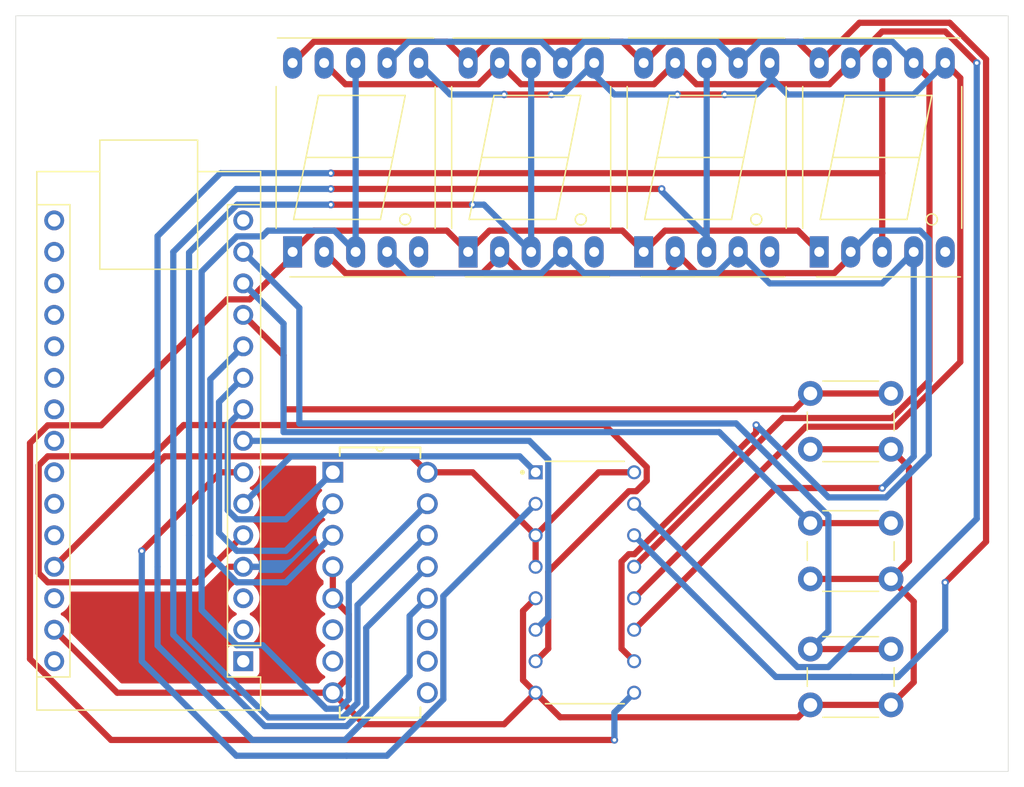
<source format=kicad_pcb>
(kicad_pcb (version 20241229) (generator "pcbnew") (generator_version "9.0")
  (layers (0 "F.Cu" signal) (2 "B.Cu" signal) (13 "F.Paste" user) (15 "B.Paste" user) (5 "F.SilkS" user "F.Silkscreen") (7 "B.SilkS" user "B.Silkscreen") (1 "F.Mask" user) (3 "B.Mask" user) (25 "Edge.Cuts" user))
  (net 0 "")
  (net 1 "GND")
  (net 2 "Net-(A2-+5V)")
  (net 4 "Net-(A2-D3)")
  (net 5 "Net-(A2-D5)")
  (net 6 "Net-(A2-D11)")
  (net 8 "Net-(A2-D4)")
  (net 12 "Net-(A2-D8)")
  (net 15 "Net-(A2-D6)")
  (net 17 "Net-(A2-D9)")
  (net 19 "Net-(A2-D2)")
  (net 25 "Net-(A2-D7)")
  (net 26 "VCC")
  (net 29 "Net-(A2-D10)")
  (net 30 "Net-(U7-~Y0)")
  (net 31 "Net-(U7-~Y1)")
  (net 32 "Net-(U7-~Y2)")
  (net 33 "Net-(U7-~Y3)")
  (net 38 "Net-(U2-LE{slash}~{STROBE})")
  (net 39 "Net-(AFF2-e)")
  (net 40 "Net-(AFF2-b)")
  (net 41 "Net-(AFF2-c)")
  (net 42 "Net-(AFF2-a)")
  (net 44 "Net-(AFF2-f)")
  (net 45 "Net-(AFF2-d)")
  (net 46 "Net-(AFF2-g)")
  (footprint "Display_7Segment:7SegmentLED_LTS6760_LTS6780" (layer "F.Cu") (at 111.58 50.8 90)
    (property "Reference" "AFF4" (hide yes))
    (property "Value" "LTS-6980HR" (hide yes))
    (fp_line (start 1.905 -1.33) (end 13.335 -1.33) (stroke (width 0.12)) (layer "F.SilkS"))
    (fp_line (start -2.015 -0.22) (end -2.015 11.38) (stroke (width 0.12)) (layer "F.SilkS"))
    (fp_line (start 2.62 0.08) (end 2.62 7.08) (stroke (width 0.12)) (layer "F.SilkS"))
    (fp_line (start 7.62 1.08) (end 2.62 0.08) (stroke (width 0.12)) (layer "F.SilkS"))
    (fp_line (start 12.62 2.08) (end 7.62 1.08) (stroke (width 0.12)) (layer "F.SilkS"))
    (fp_line (start 12.62 2.08) (end 12.62 9.08) (stroke (width 0.12)) (layer "F.SilkS"))
    (fp_line (start 2.62 7.08) (end 7.62 8.08) (stroke (width 0.12)) (layer "F.SilkS"))
    (fp_line (start 7.62 8.08) (end 7.62 1.08) (stroke (width 0.12)) (layer "F.SilkS"))
    (fp_line (start 12.62 9.08) (end 7.62 8.08) (stroke (width 0.12)) (layer "F.SilkS"))
    (fp_line (start 17.255 11.38) (end 17.255 -1.22) (stroke (width 0.12)) (layer "F.SilkS"))
    (fp_line (start 1.905 11.49) (end 13.335 11.49) (stroke (width 0.12)) (layer "F.SilkS"))
    (fp_circle (center 2.62 9.08) (end 3.067214 9.08) (stroke (width 0.12)) (fill no) (layer "F.SilkS"))
    (pad "1" thru_hole rect (at 0 0) (size 1.524 2.524) (drill 0.8) (layers "*.Cu" "*.Mask") (net 39 "Net-(AFF2-e)"))
    (pad "2" thru_hole oval (at 0 2.54) (size 1.524 2.524) (drill 0.8) (layers "*.Cu" "*.Mask") (net 45 "Net-(AFF2-d)"))
    (pad "3" thru_hole oval (at 0 5.08) (size 1.524 2.524) (drill 0.8) (layers "*.Cu" "*.Mask") (net 32 "Net-(U7-~Y2)"))
    (pad "4" thru_hole oval (at 0 7.62) (size 1.524 2.524) (drill 0.8) (layers "*.Cu" "*.Mask") (net 41 "Net-(AFF2-c)"))
    (pad "5" thru_hole oval (at 0 10.16) (size 1.524 2.524) (drill 0.8) (layers "*.Cu" "*.Mask"))
    (pad "6" thru_hole oval (at 15.24 10.16) (size 1.524 2.524) (drill 0.8) (layers "*.Cu" "*.Mask") (net 40 "Net-(AFF2-b)"))
    (pad "7" thru_hole oval (at 15.24 7.62) (size 1.524 2.524) (drill 0.8) (layers "*.Cu" "*.Mask") (net 42 "Net-(AFF2-a)"))
    (pad "8" thru_hole oval (at 15.24 5.08) (size 1.524 2.524) (drill 0.8) (layers "*.Cu" "*.Mask") (net 32 "Net-(U7-~Y2)"))
    (pad "9" thru_hole oval (at 15.24 2.54) (size 1.524 2.524) (drill 0.8) (layers "*.Cu" "*.Mask") (net 44 "Net-(AFF2-f)"))
    (pad "10" thru_hole oval (at 15.24 0) (size 1.524 2.524) (drill 0.8) (layers "*.Cu" "*.Mask") (net 46 "Net-(AFF2-g)"))
  )
  (footprint "Module:Arduino_Nano" (layer "F.Cu") (at 79.3 83.82 180)
    (property "Reference" "A2" (hide yes))
    (property "Value" "Arduino_Nano_v3.x" (hide yes))
    (fp_line (start 16.64 39.5) (end 16.64 -3.94) (stroke (width 0.12)) (layer "F.SilkS"))
    (fp_line (start 16.64 39.5) (end 11.56 39.5) (stroke (width 0.12)) (layer "F.SilkS"))
    (fp_line (start 16.64 -3.94) (end -1.4 -3.94) (stroke (width 0.12)) (layer "F.SilkS"))
    (fp_line (start 13.97 36.83) (end 16.64 36.83) (stroke (width 0.12)) (layer "F.SilkS"))
    (fp_line (start 13.97 -1.27) (end 16.64 -1.27) (stroke (width 0.12)) (layer "F.SilkS"))
    (fp_line (start 13.97 -1.27) (end 13.97 36.83) (stroke (width 0.12)) (layer "F.SilkS"))
    (fp_line (start 11.56 42.04) (end 3.68 42.04) (stroke (width 0.12)) (layer "F.SilkS"))
    (fp_line (start 11.56 31.62) (end 11.56 42.04) (stroke (width 0.12)) (layer "F.SilkS"))
    (fp_line (start 3.68 42.04) (end 3.68 31.62) (stroke (width 0.12)) (layer "F.SilkS"))
    (fp_line (start 3.68 31.62) (end 11.56 31.62) (stroke (width 0.12)) (layer "F.SilkS"))
    (fp_line (start 1.27 36.83) (end -1.4 36.83) (stroke (width 0.12)) (layer "F.SilkS"))
    (fp_line (start 1.27 1.27) (end 1.27 36.83) (stroke (width 0.12)) (layer "F.SilkS"))
    (fp_line (start 1.27 1.27) (end 1.27 -1.27) (stroke (width 0.12)) (layer "F.SilkS"))
    (fp_line (start 1.27 1.27) (end -1.4 1.27) (stroke (width 0.12)) (layer "F.SilkS"))
    (fp_line (start 1.27 -1.27) (end -1.4 -1.27) (stroke (width 0.12)) (layer "F.SilkS"))
    (fp_line (start -1.4 39.5) (end 3.68 39.5) (stroke (width 0.12)) (layer "F.SilkS"))
    (fp_line (start -1.4 1.27) (end -1.4 39.5) (stroke (width 0.12)) (layer "F.SilkS"))
    (fp_line (start -1.4 -3.94) (end -1.4 -1.27) (stroke (width 0.12)) (layer "F.SilkS"))
    (pad "1" thru_hole rect (at 0 0 180) (size 1.6 1.6) (drill 1) (layers "*.Cu" "*.Mask"))
    (pad "2" thru_hole oval (at 0 2.54 180) (size 1.6 1.6) (drill 1) (layers "*.Cu" "*.Mask"))
    (pad "3" thru_hole oval (at 0 5.08 180) (size 1.6 1.6) (drill 1) (layers "*.Cu" "*.Mask"))
    (pad "4" thru_hole oval (at 0 7.62 180) (size 1.6 1.6) (drill 1) (layers "*.Cu" "*.Mask") (net 1 "GND"))
    (pad "5" thru_hole oval (at 0 10.16 180) (size 1.6 1.6) (drill 1) (layers "*.Cu" "*.Mask") (net 19 "Net-(A2-D2)"))
    (pad "6" thru_hole oval (at 0 12.7 180) (size 1.6 1.6) (drill 1) (layers "*.Cu" "*.Mask") (net 4 "Net-(A2-D3)"))
    (pad "7" thru_hole oval (at 0 15.24 180) (size 1.6 1.6) (drill 1) (layers "*.Cu" "*.Mask") (net 8 "Net-(A2-D4)"))
    (pad "8" thru_hole oval (at 0 17.78 180) (size 1.6 1.6) (drill 1) (layers "*.Cu" "*.Mask") (net 5 "Net-(A2-D5)"))
    (pad "9" thru_hole oval (at 0 20.32 180) (size 1.6 1.6) (drill 1) (layers "*.Cu" "*.Mask") (net 15 "Net-(A2-D6)"))
    (pad "10" thru_hole oval (at 0 22.86 180) (size 1.6 1.6) (drill 1) (layers "*.Cu" "*.Mask") (net 25 "Net-(A2-D7)"))
    (pad "11" thru_hole oval (at 0 25.4 180) (size 1.6 1.6) (drill 1) (layers "*.Cu" "*.Mask") (net 12 "Net-(A2-D8)"))
    (pad "12" thru_hole oval (at 0 27.94 180) (size 1.6 1.6) (drill 1) (layers "*.Cu" "*.Mask") (net 17 "Net-(A2-D9)"))
    (pad "13" thru_hole oval (at 0 30.48 180) (size 1.6 1.6) (drill 1) (layers "*.Cu" "*.Mask") (net 29 "Net-(A2-D10)"))
    (pad "14" thru_hole oval (at 0 33.02 180) (size 1.6 1.6) (drill 1) (layers "*.Cu" "*.Mask") (net 6 "Net-(A2-D11)"))
    (pad "15" thru_hole oval (at 0 35.56 180) (size 1.6 1.6) (drill 1) (layers "*.Cu" "*.Mask"))
    (pad "16" thru_hole oval (at 15.24 35.56 180) (size 1.6 1.6) (drill 1) (layers "*.Cu" "*.Mask"))
    (pad "17" thru_hole oval (at 15.24 33.02 180) (size 1.6 1.6) (drill 1) (layers "*.Cu" "*.Mask"))
    (pad "18" thru_hole oval (at 15.24 30.48 180) (size 1.6 1.6) (drill 1) (layers "*.Cu" "*.Mask"))
    (pad "19" thru_hole oval (at 15.24 27.94 180) (size 1.6 1.6) (drill 1) (layers "*.Cu" "*.Mask"))
    (pad "20" thru_hole oval (at 15.24 25.4 180) (size 1.6 1.6) (drill 1) (layers "*.Cu" "*.Mask"))
    (pad "21" thru_hole oval (at 15.24 22.86 180) (size 1.6 1.6) (drill 1) (layers "*.Cu" "*.Mask"))
    (pad "22" thru_hole oval (at 15.24 20.32 180) (size 1.6 1.6) (drill 1) (layers "*.Cu" "*.Mask"))
    (pad "23" thru_hole oval (at 15.24 17.78 180) (size 1.6 1.6) (drill 1) (layers "*.Cu" "*.Mask"))
    (pad "24" thru_hole oval (at 15.24 15.24 180) (size 1.6 1.6) (drill 1) (layers "*.Cu" "*.Mask"))
    (pad "25" thru_hole oval (at 15.24 12.7 180) (size 1.6 1.6) (drill 1) (layers "*.Cu" "*.Mask"))
    (pad "26" thru_hole oval (at 15.24 10.16 180) (size 1.6 1.6) (drill 1) (layers "*.Cu" "*.Mask"))
    (pad "27" thru_hole oval (at 15.24 7.62 180) (size 1.6 1.6) (drill 1) (layers "*.Cu" "*.Mask") (net 2 "Net-(A2-+5V)"))
    (pad "28" thru_hole oval (at 15.24 5.08 180) (size 1.6 1.6) (drill 1) (layers "*.Cu" "*.Mask"))
    (pad "29" thru_hole oval (at 15.24 2.54 180) (size 1.6 1.6) (drill 1) (layers "*.Cu" "*.Mask") (net 38 "Net-(U2-LE{slash}~{STROBE})"))
    (pad "30" thru_hole oval (at 15.24 0 180) (size 1.6 1.6) (drill 1) (layers "*.Cu" "*.Mask") (net 26 "VCC"))
  )
  (footprint "Display_7Segment:7SegmentLED_LTS6760_LTS6780" (layer "F.Cu") (at 125.73 50.8 90)
    (property "Reference" "AFF5" (hide yes))
    (property "Value" "LTS-6980HR" (hide yes))
    (fp_line (start 1.905 -1.33) (end 13.335 -1.33) (stroke (width 0.12)) (layer "F.SilkS"))
    (fp_line (start -2.015 -0.22) (end -2.015 11.38) (stroke (width 0.12)) (layer "F.SilkS"))
    (fp_line (start 2.62 0.08) (end 2.62 7.08) (stroke (width 0.12)) (layer "F.SilkS"))
    (fp_line (start 7.62 1.08) (end 2.62 0.08) (stroke (width 0.12)) (layer "F.SilkS"))
    (fp_line (start 12.62 2.08) (end 7.62 1.08) (stroke (width 0.12)) (layer "F.SilkS"))
    (fp_line (start 12.62 2.08) (end 12.62 9.08) (stroke (width 0.12)) (layer "F.SilkS"))
    (fp_line (start 2.62 7.08) (end 7.62 8.08) (stroke (width 0.12)) (layer "F.SilkS"))
    (fp_line (start 7.62 8.08) (end 7.62 1.08) (stroke (width 0.12)) (layer "F.SilkS"))
    (fp_line (start 12.62 9.08) (end 7.62 8.08) (stroke (width 0.12)) (layer "F.SilkS"))
    (fp_line (start 17.255 11.38) (end 17.255 -1.22) (stroke (width 0.12)) (layer "F.SilkS"))
    (fp_line (start 1.905 11.49) (end 13.335 11.49) (stroke (width 0.12)) (layer "F.SilkS"))
    (fp_circle (center 2.62 9.08) (end 3.067214 9.08) (stroke (width 0.12)) (fill no) (layer "F.SilkS"))
    (pad "1" thru_hole rect (at 0 0) (size 1.524 2.524) (drill 0.8) (layers "*.Cu" "*.Mask") (net 39 "Net-(AFF2-e)"))
    (pad "2" thru_hole oval (at 0 2.54) (size 1.524 2.524) (drill 0.8) (layers "*.Cu" "*.Mask") (net 45 "Net-(AFF2-d)"))
    (pad "3" thru_hole oval (at 0 5.08) (size 1.524 2.524) (drill 0.8) (layers "*.Cu" "*.Mask") (net 33 "Net-(U7-~Y3)"))
    (pad "4" thru_hole oval (at 0 7.62) (size 1.524 2.524) (drill 0.8) (layers "*.Cu" "*.Mask") (net 41 "Net-(AFF2-c)"))
    (pad "5" thru_hole oval (at 0 10.16) (size 1.524 2.524) (drill 0.8) (layers "*.Cu" "*.Mask"))
    (pad "6" thru_hole oval (at 15.24 10.16) (size 1.524 2.524) (drill 0.8) (layers "*.Cu" "*.Mask") (net 40 "Net-(AFF2-b)"))
    (pad "7" thru_hole oval (at 15.24 7.62) (size 1.524 2.524) (drill 0.8) (layers "*.Cu" "*.Mask") (net 42 "Net-(AFF2-a)"))
    (pad "8" thru_hole oval (at 15.24 5.08) (size 1.524 2.524) (drill 0.8) (layers "*.Cu" "*.Mask") (net 33 "Net-(U7-~Y3)"))
    (pad "9" thru_hole oval (at 15.24 2.54) (size 1.524 2.524) (drill 0.8) (layers "*.Cu" "*.Mask") (net 44 "Net-(AFF2-f)"))
    (pad "10" thru_hole oval (at 15.24 0) (size 1.524 2.524) (drill 0.8) (layers "*.Cu" "*.Mask") (net 46 "Net-(AFF2-g)"))
  )
  (footprint "74HC138N_652:DIP254P762X470-16" (layer "F.Cu") (at 94.14 86.36)
    (property "Reference" "U7" (hide yes))
    (property "Value" "74HC138N_652" (hide yes))
    (fp_line (start -7.0612 -19.7866) (end -7.0612 -19.1008) (stroke (width 0.1524)) (layer "F.SilkS"))
    (fp_line (start -7.0612 1.1684) (end -7.0612 2.0066) (stroke (width 0.1524)) (layer "F.SilkS"))
    (fp_line (start -7.0612 2.0066) (end -0.5588 2.0066) (stroke (width 0.1524)) (layer "F.SilkS"))
    (fp_line (start -4.1148 -19.7866) (end -7.0612 -19.7866) (stroke (width 0.1524)) (layer "F.SilkS"))
    (fp_line (start -3.5052 -19.7866) (end -4.1148 -19.7866) (stroke (width 0.1524)) (layer "F.SilkS"))
    (fp_line (start -0.5588 -19.7866) (end -3.5052 -19.7866) (stroke (width 0.1524)) (layer "F.SilkS"))
    (fp_line (start -0.5588 -18.9484) (end -0.5588 -19.7866) (stroke (width 0.1524)) (layer "F.SilkS"))
    (fp_line (start -0.5588 2.0066) (end -0.5588 1.1684) (stroke (width 0.1524)) (layer "F.SilkS"))
    (fp_arc (start -3.5052 -19.7866) (mid -3.81 -19.4818) (end -4.1148 -19.7866) (stroke (width 0.1524)) (layer "F.SilkS"))
    (pad "1" thru_hole rect (at -7.62 -17.78) (size 1.6764 1.6764) (drill 1.1176) (layers "*.Cu" "*.Mask") (net 15 "Net-(A2-D6)"))
    (pad "2" thru_hole circle (at -7.62 -15.24) (size 1.6764 1.6764) (drill 1.1176) (layers "*.Cu" "*.Mask") (net 25 "Net-(A2-D7)"))
    (pad "3" thru_hole circle (at -7.62 -12.7) (size 1.6764 1.6764) (drill 1.1176) (layers "*.Cu" "*.Mask") (net 12 "Net-(A2-D8)"))
    (pad "4" thru_hole circle (at -7.62 -10.16) (size 1.6764 1.6764) (drill 1.1176) (layers "*.Cu" "*.Mask") (net 38 "Net-(U2-LE{slash}~{STROBE})"))
    (pad "5" thru_hole circle (at -7.62 -7.62) (size 1.6764 1.6764) (drill 1.1176) (layers "*.Cu" "*.Mask") (net 38 "Net-(U2-LE{slash}~{STROBE})"))
    (pad "6" thru_hole circle (at -7.62 -5.08) (size 1.6764 1.6764) (drill 1.1176) (layers "*.Cu" "*.Mask"))
    (pad "7" thru_hole circle (at -7.62 -2.54) (size 1.6764 1.6764) (drill 1.1176) (layers "*.Cu" "*.Mask"))
    (pad "8" thru_hole circle (at -7.62 0) (size 1.6764 1.6764) (drill 1.1176) (layers "*.Cu" "*.Mask") (net 38 "Net-(U2-LE{slash}~{STROBE})"))
    (pad "9" thru_hole circle (at 0 0) (size 1.6764 1.6764) (drill 1.1176) (layers "*.Cu" "*.Mask"))
    (pad "10" thru_hole circle (at 0 -2.54) (size 1.6764 1.6764) (drill 1.1176) (layers "*.Cu" "*.Mask"))
    (pad "11" thru_hole circle (at 0 -5.08) (size 1.6764 1.6764) (drill 1.1176) (layers "*.Cu" "*.Mask"))
    (pad "12" thru_hole circle (at 0 -7.62) (size 1.6764 1.6764) (drill 1.1176) (layers "*.Cu" "*.Mask") (net 33 "Net-(U7-~Y3)"))
    (pad "13" thru_hole circle (at 0 -10.16) (size 1.6764 1.6764) (drill 1.1176) (layers "*.Cu" "*.Mask") (net 32 "Net-(U7-~Y2)"))
    (pad "14" thru_hole circle (at 0 -12.7) (size 1.6764 1.6764) (drill 1.1176) (layers "*.Cu" "*.Mask") (net 31 "Net-(U7-~Y1)"))
    (pad "15" thru_hole circle (at 0 -15.24) (size 1.6764 1.6764) (drill 1.1176) (layers "*.Cu" "*.Mask") (net 30 "Net-(U7-~Y0)"))
    (pad "16" thru_hole circle (at 0 -17.78) (size 1.6764 1.6764) (drill 1.1176) (layers "*.Cu" "*.Mask") (net 2 "Net-(A2-+5V)"))
  )
  (footprint "Button_Switch_THT:SW_PUSH_6mm_H5mm" (layer "F.Cu") (at 125.02 82.84)
    (property "Reference" "SW6" (hide yes))
    (property "Value" "SW_Push" (hide yes))
    (fp_line (start -0.25 1.5) (end -0.25 3) (stroke (width 0.12)) (layer "F.SilkS"))
    (fp_line (start 1 5.5) (end 5.5 5.5) (stroke (width 0.12)) (layer "F.SilkS"))
    (fp_line (start 5.5 -1) (end 1 -1) (stroke (width 0.12)) (layer "F.SilkS"))
    (fp_line (start 6.75 3) (end 6.75 1.5) (stroke (width 0.12)) (layer "F.SilkS"))
    (pad "1" thru_hole circle (at 0 0 90) (size 2 2) (drill 1.1) (layers "*.Cu" "*.Mask") (net 6 "Net-(A2-D11)"))
    (pad "1" thru_hole circle (at 6.5 0 90) (size 2 2) (drill 1.1) (layers "*.Cu" "*.Mask") (net 6 "Net-(A2-D11)"))
    (pad "2" thru_hole circle (at 0 4.5 90) (size 2 2) (drill 1.1) (layers "*.Cu" "*.Mask") (net 38 "Net-(U2-LE{slash}~{STROBE})"))
    (pad "2" thru_hole circle (at 6.5 4.5 90) (size 2 2) (drill 1.1) (layers "*.Cu" "*.Mask") (net 38 "Net-(U2-LE{slash}~{STROBE})"))
  )
  (footprint "Display_7Segment:7SegmentLED_LTS6760_LTS6780" (layer "F.Cu") (at 83.28 50.8 90)
    (property "Reference" "AFF2" (hide yes))
    (property "Value" "LTS-6980HR" (hide yes))
    (fp_line (start 1.905 -1.33) (end 13.335 -1.33) (stroke (width 0.12)) (layer "F.SilkS"))
    (fp_line (start -2.015 -0.22) (end -2.015 11.38) (stroke (width 0.12)) (layer "F.SilkS"))
    (fp_line (start 2.62 0.08) (end 2.62 7.08) (stroke (width 0.12)) (layer "F.SilkS"))
    (fp_line (start 7.62 1.08) (end 2.62 0.08) (stroke (width 0.12)) (layer "F.SilkS"))
    (fp_line (start 12.62 2.08) (end 7.62 1.08) (stroke (width 0.12)) (layer "F.SilkS"))
    (fp_line (start 12.62 2.08) (end 12.62 9.08) (stroke (width 0.12)) (layer "F.SilkS"))
    (fp_line (start 2.62 7.08) (end 7.62 8.08) (stroke (width 0.12)) (layer "F.SilkS"))
    (fp_line (start 7.62 8.08) (end 7.62 1.08) (stroke (width 0.12)) (layer "F.SilkS"))
    (fp_line (start 12.62 9.08) (end 7.62 8.08) (stroke (width 0.12)) (layer "F.SilkS"))
    (fp_line (start 17.255 11.38) (end 17.255 -1.22) (stroke (width 0.12)) (layer "F.SilkS"))
    (fp_line (start 1.905 11.49) (end 13.335 11.49) (stroke (width 0.12)) (layer "F.SilkS"))
    (fp_circle (center 2.62 9.08) (end 3.067214 9.08) (stroke (width 0.12)) (fill no) (layer "F.SilkS"))
    (pad "1" thru_hole rect (at 0 0) (size 1.524 2.524) (drill 0.8) (layers "*.Cu" "*.Mask") (net 39 "Net-(AFF2-e)"))
    (pad "2" thru_hole oval (at 0 2.54) (size 1.524 2.524) (drill 0.8) (layers "*.Cu" "*.Mask") (net 45 "Net-(AFF2-d)"))
    (pad "3" thru_hole oval (at 0 5.08) (size 1.524 2.524) (drill 0.8) (layers "*.Cu" "*.Mask") (net 30 "Net-(U7-~Y0)"))
    (pad "4" thru_hole oval (at 0 7.62) (size 1.524 2.524) (drill 0.8) (layers "*.Cu" "*.Mask") (net 41 "Net-(AFF2-c)"))
    (pad "5" thru_hole oval (at 0 10.16) (size 1.524 2.524) (drill 0.8) (layers "*.Cu" "*.Mask"))
    (pad "6" thru_hole oval (at 15.24 10.16) (size 1.524 2.524) (drill 0.8) (layers "*.Cu" "*.Mask") (net 40 "Net-(AFF2-b)"))
    (pad "7" thru_hole oval (at 15.24 7.62) (size 1.524 2.524) (drill 0.8) (layers "*.Cu" "*.Mask") (net 42 "Net-(AFF2-a)"))
    (pad "8" thru_hole oval (at 15.24 5.08) (size 1.524 2.524) (drill 0.8) (layers "*.Cu" "*.Mask") (net 30 "Net-(U7-~Y0)"))
    (pad "9" thru_hole oval (at 15.24 2.54) (size 1.524 2.524) (drill 0.8) (layers "*.Cu" "*.Mask") (net 44 "Net-(AFF2-f)"))
    (pad "10" thru_hole oval (at 15.24 0) (size 1.524 2.524) (drill 0.8) (layers "*.Cu" "*.Mask") (net 46 "Net-(AFF2-g)"))
  )
  (footprint "Button_Switch_THT:SW_PUSH_6mm_H5mm" (layer "F.Cu") (at 125.02 62.22)
    (property "Reference" "SW4" (hide yes))
    (property "Value" "SW_Push" (hide yes))
    (fp_line (start -0.25 1.5) (end -0.25 3) (stroke (width 0.12)) (layer "F.SilkS"))
    (fp_line (start 1 5.5) (end 5.5 5.5) (stroke (width 0.12)) (layer "F.SilkS"))
    (fp_line (start 5.5 -1) (end 1 -1) (stroke (width 0.12)) (layer "F.SilkS"))
    (fp_line (start 6.75 3) (end 6.75 1.5) (stroke (width 0.12)) (layer "F.SilkS"))
    (pad "1" thru_hole circle (at 0 0 90) (size 2 2) (drill 1.1) (layers "*.Cu" "*.Mask") (net 17 "Net-(A2-D9)"))
    (pad "1" thru_hole circle (at 6.5 0 90) (size 2 2) (drill 1.1) (layers "*.Cu" "*.Mask") (net 17 "Net-(A2-D9)"))
    (pad "2" thru_hole circle (at 0 4.5 90) (size 2 2) (drill 1.1) (layers "*.Cu" "*.Mask") (net 38 "Net-(U2-LE{slash}~{STROBE})"))
    (pad "2" thru_hole circle (at 6.5 4.5 90) (size 2 2) (drill 1.1) (layers "*.Cu" "*.Mask") (net 38 "Net-(U2-LE{slash}~{STROBE})"))
  )
  (footprint "CD4511BE:DIP794W45P254L1969H508Q16" (layer "F.Cu") (at 106.84 77.47)
    (property "Reference" "U2" (hide yes))
    (property "Value" "CD4511BE" (hide yes))
    (fp_line (start -3.175 -9.775) (end 3.175 -9.775) (stroke (width 0.127)) (layer "F.SilkS"))
    (fp_line (start -3.175 9.775) (end 3.175 9.775) (stroke (width 0.127)) (layer "F.SilkS"))
    (fp_circle (center -5.035 -8.89) (end -4.935 -8.89) (stroke (width 0.2)) (fill no) (layer "F.SilkS"))
    (pad "1" thru_hole rect (at -3.97 -8.89) (size 1.13 1.13) (drill 0.78) (layers "*.Cu" "*.Mask") (net 4 "Net-(A2-D3)"))
    (pad "2" thru_hole circle (at -3.97 -6.35) (size 1.13 1.13) (drill 0.78) (layers "*.Cu" "*.Mask") (net 8 "Net-(A2-D4)"))
    (pad "3" thru_hole circle (at -3.97 -3.81) (size 1.13 1.13) (drill 0.78) (layers "*.Cu" "*.Mask") (net 2 "Net-(A2-+5V)"))
    (pad "4" thru_hole circle (at -3.97 -1.27) (size 1.13 1.13) (drill 0.78) (layers "*.Cu" "*.Mask") (net 2 "Net-(A2-+5V)"))
    (pad "5" thru_hole circle (at -3.97 1.27) (size 1.13 1.13) (drill 0.78) (layers "*.Cu" "*.Mask") (net 38 "Net-(U2-LE{slash}~{STROBE})"))
    (pad "6" thru_hole circle (at -3.97 3.81) (size 1.13 1.13) (drill 0.78) (layers "*.Cu" "*.Mask") (net 5 "Net-(A2-D5)"))
    (pad "7" thru_hole circle (at -3.97 6.35) (size 1.13 1.13) (drill 0.78) (layers "*.Cu" "*.Mask") (net 19 "Net-(A2-D2)"))
    (pad "8" thru_hole circle (at -3.97 8.89) (size 1.13 1.13) (drill 0.78) (layers "*.Cu" "*.Mask") (net 38 "Net-(U2-LE{slash}~{STROBE})"))
    (pad "9" thru_hole circle (at 3.97 8.89) (size 1.13 1.13) (drill 0.78) (layers "*.Cu" "*.Mask") (net 39 "Net-(AFF2-e)"))
    (pad "10" thru_hole circle (at 3.97 6.35) (size 1.13 1.13) (drill 0.78) (layers "*.Cu" "*.Mask") (net 45 "Net-(AFF2-d)"))
    (pad "11" thru_hole circle (at 3.97 3.81) (size 1.13 1.13) (drill 0.78) (layers "*.Cu" "*.Mask") (net 41 "Net-(AFF2-c)"))
    (pad "12" thru_hole circle (at 3.97 1.27) (size 1.13 1.13) (drill 0.78) (layers "*.Cu" "*.Mask") (net 40 "Net-(AFF2-b)"))
    (pad "13" thru_hole circle (at 3.97 -1.27) (size 1.13 1.13) (drill 0.78) (layers "*.Cu" "*.Mask") (net 42 "Net-(AFF2-a)"))
    (pad "14" thru_hole circle (at 3.97 -3.81) (size 1.13 1.13) (drill 0.78) (layers "*.Cu" "*.Mask") (net 46 "Net-(AFF2-g)"))
    (pad "15" thru_hole circle (at 3.97 -6.35) (size 1.13 1.13) (drill 0.78) (layers "*.Cu" "*.Mask") (net 44 "Net-(AFF2-f)"))
    (pad "16" thru_hole circle (at 3.97 -8.89) (size 1.13 1.13) (drill 0.78) (layers "*.Cu" "*.Mask") (net 2 "Net-(A2-+5V)"))
  )
  (footprint "Button_Switch_THT:SW_PUSH_6mm_H5mm" (layer "F.Cu") (at 125.02 72.68)
    (property "Reference" "SW5" (hide yes))
    (property "Value" "SW_Push" (hide yes))
    (fp_line (start -0.25 1.5) (end -0.25 3) (stroke (width 0.12)) (layer "F.SilkS"))
    (fp_line (start 1 5.5) (end 5.5 5.5) (stroke (width 0.12)) (layer "F.SilkS"))
    (fp_line (start 5.5 -1) (end 1 -1) (stroke (width 0.12)) (layer "F.SilkS"))
    (fp_line (start 6.75 3) (end 6.75 1.5) (stroke (width 0.12)) (layer "F.SilkS"))
    (pad "1" thru_hole circle (at 0 0 90) (size 2 2) (drill 1.1) (layers "*.Cu" "*.Mask") (net 29 "Net-(A2-D10)"))
    (pad "1" thru_hole circle (at 6.5 0 90) (size 2 2) (drill 1.1) (layers "*.Cu" "*.Mask") (net 29 "Net-(A2-D10)"))
    (pad "2" thru_hole circle (at 0 4.5 90) (size 2 2) (drill 1.1) (layers "*.Cu" "*.Mask") (net 38 "Net-(U2-LE{slash}~{STROBE})"))
    (pad "2" thru_hole circle (at 6.5 4.5 90) (size 2 2) (drill 1.1) (layers "*.Cu" "*.Mask") (net 38 "Net-(U2-LE{slash}~{STROBE})"))
  )
  (footprint "Display_7Segment:7SegmentLED_LTS6760_LTS6780" (layer "F.Cu") (at 97.43 50.8 90)
    (property "Reference" "AFF3" (hide yes))
    (property "Value" "LTS-6980HR" (hide yes))
    (fp_line (start 1.905 -1.33) (end 13.335 -1.33) (stroke (width 0.12)) (layer "F.SilkS"))
    (fp_line (start -2.015 -0.22) (end -2.015 11.38) (stroke (width 0.12)) (layer "F.SilkS"))
    (fp_line (start 2.62 0.08) (end 2.62 7.08) (stroke (width 0.12)) (layer "F.SilkS"))
    (fp_line (start 7.62 1.08) (end 2.62 0.08) (stroke (width 0.12)) (layer "F.SilkS"))
    (fp_line (start 12.62 2.08) (end 7.62 1.08) (stroke (width 0.12)) (layer "F.SilkS"))
    (fp_line (start 12.62 2.08) (end 12.62 9.08) (stroke (width 0.12)) (layer "F.SilkS"))
    (fp_line (start 2.62 7.08) (end 7.62 8.08) (stroke (width 0.12)) (layer "F.SilkS"))
    (fp_line (start 7.62 8.08) (end 7.62 1.08) (stroke (width 0.12)) (layer "F.SilkS"))
    (fp_line (start 12.62 9.08) (end 7.62 8.08) (stroke (width 0.12)) (layer "F.SilkS"))
    (fp_line (start 17.255 11.38) (end 17.255 -1.22) (stroke (width 0.12)) (layer "F.SilkS"))
    (fp_line (start 1.905 11.49) (end 13.335 11.49) (stroke (width 0.12)) (layer "F.SilkS"))
    (fp_circle (center 2.62 9.08) (end 3.067214 9.08) (stroke (width 0.12)) (fill no) (layer "F.SilkS"))
    (pad "1" thru_hole rect (at 0 0) (size 1.524 2.524) (drill 0.8) (layers "*.Cu" "*.Mask") (net 39 "Net-(AFF2-e)"))
    (pad "2" thru_hole oval (at 0 2.54) (size 1.524 2.524) (drill 0.8) (layers "*.Cu" "*.Mask") (net 45 "Net-(AFF2-d)"))
    (pad "3" thru_hole oval (at 0 5.08) (size 1.524 2.524) (drill 0.8) (layers "*.Cu" "*.Mask") (net 31 "Net-(U7-~Y1)"))
    (pad "4" thru_hole oval (at 0 7.62) (size 1.524 2.524) (drill 0.8) (layers "*.Cu" "*.Mask") (net 41 "Net-(AFF2-c)"))
    (pad "5" thru_hole oval (at 0 10.16) (size 1.524 2.524) (drill 0.8) (layers "*.Cu" "*.Mask"))
    (pad "6" thru_hole oval (at 15.24 10.16) (size 1.524 2.524) (drill 0.8) (layers "*.Cu" "*.Mask") (net 40 "Net-(AFF2-b)"))
    (pad "7" thru_hole oval (at 15.24 7.62) (size 1.524 2.524) (drill 0.8) (layers "*.Cu" "*.Mask") (net 42 "Net-(AFF2-a)"))
    (pad "8" thru_hole oval (at 15.24 5.08) (size 1.524 2.524) (drill 0.8) (layers "*.Cu" "*.Mask") (net 31 "Net-(U7-~Y1)"))
    (pad "9" thru_hole oval (at 15.24 2.54) (size 1.524 2.524) (drill 0.8) (layers "*.Cu" "*.Mask") (net 44 "Net-(AFF2-f)"))
    (pad "10" thru_hole oval (at 15.24 0) (size 1.524 2.524) (drill 0.8) (layers "*.Cu" "*.Mask") (net 46 "Net-(AFF2-g)"))
  )
  (gr_rect (start 60.96 31.75) (end 140.97 92.71) (stroke (width 0.05)) (fill no) (layer "Edge.Cuts"))
  (segment (start 107.95 68.58) (end 110.81 68.58) (width 0.5) (layer "F.Cu") (net 2))
  (segment (start 94.14 68.58) (end 97.79 68.58) (width 0.5) (layer "F.Cu") (net 2))
  (segment (start 72.9692 67.2908) (end 92.8508 67.2908) (width 0.5) (layer "F.Cu") (net 2))
  (segment (start 92.8508 67.2908) (end 94.14 68.58) (width 0.5) (layer "F.Cu") (net 2))
  (segment (start 97.79 68.58) (end 102.87 73.66) (width 0.5) (layer "F.Cu") (net 2))
  (segment (start 64.06 76.2) (end 72.9692 67.2908) (width 0.5) (layer "F.Cu") (net 2))
  (segment (start 102.87 73.66) (end 102.87 76.2) (width 0.5) (layer "F.Cu") (net 2))
  (segment (start 102.87 73.66) (end 107.95 68.58) (width 0.5) (layer "F.Cu") (net 2))
  (segment (start 83.1292 67.2908) (end 101.5808 67.2908) (width 0.5) (layer "B.Cu") (net 4))
  (segment (start 79.3 71.12) (end 83.1292 67.2908) (width 0.5) (layer "B.Cu") (net 4))
  (segment (start 101.5808 67.2908) (end 102.87 68.58) (width 0.5) (layer "B.Cu") (net 4))
  (segment (start 79.3 66.04) (end 102.362 66.04) (width 0.5) (layer "B.Cu") (net 5))
  (segment (start 103.886 80.264) (end 102.87 81.28) (width 0.5) (layer "B.Cu") (net 5))
  (segment (start 102.362 66.04) (end 103.886 67.564) (width 0.5) (layer "B.Cu") (net 5))
  (segment (start 103.886 67.564) (end 103.886 80.264) (width 0.5) (layer "B.Cu") (net 5))
  (segment (start 131.52 82.84) (end 125.02 82.84) (width 0.5) (layer "F.Cu") (net 6))
  (segment (start 83.82 55.32) (end 83.82 64.638) (width 0.5) (layer "B.Cu") (net 6))
  (segment (start 126.471 72.078976) (end 126.471 81.389) (width 0.5) (layer "B.Cu") (net 6))
  (segment (start 119.030024 64.638) (end 126.471 72.078976) (width 0.5) (layer "B.Cu") (net 6))
  (segment (start 126.471 81.389) (end 125.02 82.84) (width 0.5) (layer "B.Cu") (net 6))
  (segment (start 79.3 50.8) (end 83.82 55.32) (width 0.5) (layer "B.Cu") (net 6))
  (segment (start 83.82 64.638) (end 119.030024 64.638) (width 0.5) (layer "B.Cu") (net 6))
  (segment (start 71.12 74.93) (end 77.47 68.58) (width 0.5) (layer "F.Cu") (net 8))
  (segment (start 77.47 68.58) (end 79.3 68.58) (width 0.5) (layer "F.Cu") (net 8))
  (via (at 71.12 74.93) (size 0.6) (drill 0.3) (layers "F.Cu" "B.Cu") (net 8))
  (segment (start 71.12 83.82) (end 71.12 74.93) (width 0.5) (layer "B.Cu") (net 8))
  (segment (start 78.74 91.44) (end 73.66 86.36) (width 0.5) (layer "B.Cu") (net 8))
  (segment (start 87.63 91.44) (end 78.74 91.44) (width 0.5) (layer "B.Cu") (net 8))
  (segment (start 95.4292 78.5608) (end 95.4292 86.894005) (width 0.5) (layer "B.Cu") (net 8))
  (segment (start 102.87 71.12) (end 95.4292 78.5608) (width 0.5) (layer "B.Cu") (net 8))
  (segment (start 90.883205 91.44) (end 87.63 91.44) (width 0.5) (layer "B.Cu") (net 8))
  (segment (start 95.4292 86.894005) (end 90.883205 91.44) (width 0.5) (layer "B.Cu") (net 8))
  (segment (start 73.66 86.36) (end 71.12 83.82) (width 0.5) (layer "B.Cu") (net 8))
  (segment (start 76.647 61.073) (end 76.647 75.316182) (width 0.5) (layer "B.Cu") (net 12))
  (segment (start 82.729 77.451) (end 86.52 73.66) (width 0.5) (layer "B.Cu") (net 12))
  (segment (start 78.781818 77.451) (end 82.729 77.451) (width 0.5) (layer "B.Cu") (net 12))
  (segment (start 79.3 58.42) (end 76.647 61.073) (width 0.5) (layer "B.Cu") (net 12))
  (segment (start 76.647 75.316182) (end 78.781818 77.451) (width 0.5) (layer "B.Cu") (net 12))
  (segment (start 78.049 71.638182) (end 78.781818 72.371) (width 0.5) (layer "B.Cu") (net 15))
  (segment (start 78.049 64.751) (end 78.049 71.638182) (width 0.5) (layer "B.Cu") (net 15))
  (segment (start 79.3 63.5) (end 78.049 64.751) (width 0.5) (layer "B.Cu") (net 15))
  (segment (start 78.781818 72.371) (end 82.729 72.371) (width 0.5) (layer "B.Cu") (net 15))
  (segment (start 82.729 72.371) (end 86.52 68.58) (width 0.5) (layer "B.Cu") (net 15))
  (segment (start 82.55 59.13) (end 82.55 63.5) (width 0.5) (layer "F.Cu") (net 17))
  (segment (start 123.74 63.5) (end 125.02 62.22) (width 0.5) (layer "F.Cu") (net 17))
  (segment (start 125.02 62.22) (end 131.52 62.22) (width 0.5) (layer "F.Cu") (net 17))
  (segment (start 82.55 63.5) (end 123.74 63.5) (width 0.5) (layer "F.Cu") (net 17))
  (segment (start 79.3 55.88) (end 82.55 59.13) (width 0.5) (layer "F.Cu") (net 17))
  (segment (start 79.3 73.66) (end 75.509 77.451) (width 0.5) (layer "F.Cu") (net 19))
  (segment (start 71.977636 67.291) (end 74.498636 64.77) (width 0.5) (layer "F.Cu") (net 19))
  (segment (start 63.541818 77.451) (end 62.809 76.718182) (width 0.5) (layer "F.Cu") (net 19))
  (segment (start 108.436841 64.77) (end 111.826 68.159159) (width 0.5) (layer "F.Cu") (net 19))
  (segment (start 63.541818 67.291) (end 71.977636 67.291) (width 0.5) (layer "F.Cu") (net 19))
  (segment (start 75.509 77.451) (end 63.541818 77.451) (width 0.5) (layer "F.Cu") (net 19))
  (segment (start 62.809 68.023818) (end 63.541818 67.291) (width 0.5) (layer "F.Cu") (net 19))
  (segment (start 110.976841 70.104) (end 110.389159 70.104) (width 0.5) (layer "F.Cu") (net 19))
  (segment (start 103.886 82.804) (end 102.87 83.82) (width 0.5) (layer "F.Cu") (net 19))
  (segment (start 74.498636 64.77) (end 108.436841 64.77) (width 0.5) (layer "F.Cu") (net 19))
  (segment (start 110.389159 70.104) (end 103.886 76.607159) (width 0.5) (layer "F.Cu") (net 19))
  (segment (start 111.826 69.254841) (end 110.976841 70.104) (width 0.5) (layer "F.Cu") (net 19))
  (segment (start 103.886 76.607159) (end 103.886 82.804) (width 0.5) (layer "F.Cu") (net 19))
  (segment (start 62.809 76.718182) (end 62.809 68.023818) (width 0.5) (layer "F.Cu") (net 19))
  (segment (start 111.826 68.159159) (end 111.826 69.254841) (width 0.5) (layer "F.Cu") (net 19))
  (segment (start 77.348 73.477182) (end 78.781818 74.911) (width 0.5) (layer "B.Cu") (net 25))
  (segment (start 77.348 62.912) (end 77.348 73.477182) (width 0.5) (layer "B.Cu") (net 25))
  (segment (start 79.3 60.96) (end 77.348 62.912) (width 0.5) (layer "B.Cu") (net 25))
  (segment (start 82.729 74.911) (end 86.52 71.12) (width 0.5) (layer "B.Cu") (net 25))
  (segment (start 78.781818 74.911) (end 82.729 74.911) (width 0.5) (layer "B.Cu") (net 25))
  (segment (start 131.52 72.68) (end 125.02 72.68) (width 0.5) (layer "F.Cu") (net 29))
  (segment (start 117.679 65.339) (end 125.02 72.68) (width 0.5) (layer "B.Cu") (net 29))
  (segment (start 79.3 53.34) (end 82.55 56.59) (width 0.5) (layer "B.Cu") (net 29))
  (segment (start 82.55 65.339) (end 117.679 65.339) (width 0.5) (layer "B.Cu") (net 29))
  (segment (start 82.55 56.59) (end 82.55 65.339) (width 0.5) (layer "B.Cu") (net 29))
  (segment (start 80.867795 82.531) (end 78.781818 82.531) (width 0.5) (layer "B.Cu") (net 30))
  (segment (start 78.781818 49.549) (end 80.816 49.549) (width 0.5) (layer "B.Cu") (net 30))
  (segment (start 94.14 71.12) (end 87.8092 77.4508) (width 0.5) (layer "B.Cu") (net 30))
  (segment (start 86.647 49.087) (end 88.36 50.8) (width 0.5) (layer "B.Cu") (net 30))
  (segment (start 87.8092 86.894005) (end 87.054005 87.6492) (width 0.5) (layer "B.Cu") (net 30))
  (segment (start 75.946 52.384818) (end 78.781818 49.549) (width 0.5) (layer "B.Cu") (net 30))
  (segment (start 87.054005 87.6492) (end 85.985995 87.6492) (width 0.5) (layer "B.Cu") (net 30))
  (segment (start 78.781818 82.531) (end 75.946 79.695182) (width 0.5) (layer "B.Cu") (net 30))
  (segment (start 81.278 49.087) (end 86.647 49.087) (width 0.5) (layer "B.Cu") (net 30))
  (segment (start 87.8092 77.4508) (end 87.8092 86.894005) (width 0.5) (layer "B.Cu") (net 30))
  (segment (start 75.946 79.695182) (end 75.946 52.384818) (width 0.5) (layer "B.Cu") (net 30))
  (segment (start 88.36 35.56) (end 88.36 50.8) (width 0.5) (layer "B.Cu") (net 30))
  (segment (start 85.985995 87.6492) (end 80.867795 82.531) (width 0.5) (layer "B.Cu") (net 30))
  (segment (start 80.816 49.549) (end 81.278 49.087) (width 0.5) (layer "B.Cu") (net 30))
  (segment (start 86.36 46.99) (end 97.79 46.99) (width 0.5) (layer "F.Cu") (net 31))
  (via (at 97.79 46.99) (size 0.6) (drill 0.3) (layers "F.Cu" "B.Cu") (net 31))
  (via (at 86.36 46.99) (size 0.6) (drill 0.3) (layers "F.Cu" "B.Cu") (net 31))
  (segment (start 94.14 73.66) (end 88.5102 79.2898) (width 0.5) (layer "B.Cu") (net 31))
  (segment (start 97.79 46.99) (end 98.7 46.99) (width 0.5) (layer "B.Cu") (net 31))
  (segment (start 78.800818 46.99) (end 86.36 46.99) (width 0.5) (layer "B.Cu") (net 31))
  (segment (start 102.51 35.56) (end 102.51 50.8) (width 0.5) (layer "B.Cu") (net 31))
  (segment (start 74.93 73.66) (end 74.93 50.860818) (width 0.5) (layer "B.Cu") (net 31))
  (segment (start 87.344369 88.3502) (end 81.3282 88.3502) (width 0.5) (layer "B.Cu") (net 31))
  (segment (start 74.93 81.952) (end 74.93 73.66) (width 0.5) (layer "B.Cu") (net 31))
  (segment (start 98.7 46.99) (end 102.51 50.8) (width 0.5) (layer "B.Cu") (net 31))
  (segment (start 88.5102 87.184369) (end 87.344369 88.3502) (width 0.5) (layer "B.Cu") (net 31))
  (segment (start 81.3282 88.3502) (end 74.93 81.952) (width 0.5) (layer "B.Cu") (net 31))
  (segment (start 74.93 50.860818) (end 78.800818 46.99) (width 0.5) (layer "B.Cu") (net 31))
  (segment (start 88.5102 79.2898) (end 88.5102 87.184369) (width 0.5) (layer "B.Cu") (net 31))
  (segment (start 86.36 45.72) (end 113.03 45.72) (width 0.5) (layer "F.Cu") (net 32))
  (via (at 86.36 45.72) (size 0.6) (drill 0.3) (layers "F.Cu" "B.Cu") (net 32))
  (via (at 113.03 45.72) (size 0.6) (drill 0.3) (layers "F.Cu" "B.Cu") (net 32))
  (segment (start 78.74 45.72) (end 86.36 45.72) (width 0.5) (layer "B.Cu") (net 32))
  (segment (start 89.2112 81.1288) (end 89.2112 87.474733) (width 0.5) (layer "B.Cu") (net 32))
  (segment (start 87.634733 89.0512) (end 81.037836 89.0512) (width 0.5) (layer "B.Cu") (net 32))
  (segment (start 73.66 50.8) (end 78.74 45.72) (width 0.5) (layer "B.Cu") (net 32))
  (segment (start 113.03 45.9) (end 116.66 49.53) (width 0.5) (layer "B.Cu") (net 32))
  (segment (start 89.2112 87.474733) (end 87.634733 89.0512) (width 0.5) (layer "B.Cu") (net 32))
  (segment (start 116.66 35.56) (end 116.66 49.53) (width 0.5) (layer "B.Cu") (net 32))
  (segment (start 113.03 45.72) (end 113.03 45.9) (width 0.5) (layer "B.Cu") (net 32))
  (segment (start 94.14 76.2) (end 89.2112 81.1288) (width 0.5) (layer "B.Cu") (net 32))
  (segment (start 73.66 81.673364) (end 73.66 50.8) (width 0.5) (layer "B.Cu") (net 32))
  (segment (start 81.037836 89.0512) (end 73.66 81.673364) (width 0.5) (layer "B.Cu") (net 32))
  (segment (start 116.66 49.53) (end 116.66 50.8) (width 0.5) (layer "B.Cu") (net 32))
  (segment (start 130.81 44.45) (end 130.81 50.8) (width 0.5) (layer "F.Cu") (net 33))
  (segment (start 86.36 44.45) (end 130.81 44.45) (width 0.5) (layer "F.Cu") (net 33))
  (segment (start 130.81 35.56) (end 130.81 44.45) (width 0.5) (layer "F.Cu") (net 33))
  (via (at 86.36 44.45) (size 0.6) (drill 0.3) (layers "F.Cu" "B.Cu") (net 33))
  (segment (start 72.39 49.53) (end 77.47 44.45) (width 0.5) (layer "B.Cu") (net 33))
  (segment (start 77.47 44.45) (end 86.36 44.45) (width 0.5) (layer "B.Cu") (net 33))
  (segment (start 94.14 78.74) (end 92.71 80.17) (width 0.5) (layer "B.Cu") (net 33))
  (segment (start 92.71 80.17) (end 92.71 84.967297) (width 0.5) (layer "B.Cu") (net 33))
  (segment (start 72.39 76.2) (end 72.39 49.53) (width 0.5) (layer "B.Cu") (net 33))
  (segment (start 87.507297 90.17) (end 80.01 90.17) (width 0.5) (layer "B.Cu") (net 33))
  (segment (start 72.39 82.55) (end 72.39 76.2) (width 0.5) (layer "B.Cu") (net 33))
  (segment (start 80.01 90.17) (end 72.39 82.55) (width 0.5) (layer "B.Cu") (net 33))
  (segment (start 92.71 84.967297) (end 87.507297 90.17) (width 0.5) (layer "B.Cu") (net 33))
  (segment (start 124.02 88.34) (end 125.02 87.34) (width 0.5) (layer "F.Cu") (net 38))
  (segment (start 86.52 78.74) (end 86.52 76.2) (width 0.5) (layer "F.Cu") (net 38))
  (segment (start 133.35 79.01) (end 131.52 77.18) (width 0.5) (layer "F.Cu") (net 38))
  (segment (start 101.854 79.756) (end 102.87 78.74) (width 0.5) (layer "F.Cu") (net 38))
  (segment (start 131.52 77.18) (end 125.02 77.18) (width 0.5) (layer "F.Cu") (net 38))
  (segment (start 104.85 88.34) (end 124.02 88.34) (width 0.5) (layer "F.Cu") (net 38))
  (segment (start 100.33 88.9) (end 102.87 86.36) (width 0.5) (layer "F.Cu") (net 38))
  (segment (start 132.971 75.729) (end 132.971 68.171) (width 0.5) (layer "F.Cu") (net 38))
  (segment (start 131.52 87.34) (end 133.35 85.51) (width 0.5) (layer "F.Cu") (net 38))
  (segment (start 87.8092 85.0708) (end 87.8092 80.0292) (width 0.5) (layer "F.Cu") (net 38))
  (segment (start 69.14 86.36) (end 86.52 86.36) (width 0.5) (layer "F.Cu") (net 38))
  (segment (start 131.52 77.18) (end 132.971 75.729) (width 0.5) (layer "F.Cu") (net 38))
  (segment (start 133.35 85.51) (end 133.35 79.01) (width 0.5) (layer "F.Cu") (net 38))
  (segment (start 132.971 68.171) (end 131.52 66.72) (width 0.5) (layer "F.Cu") (net 38))
  (segment (start 86.52 86.36) (end 87.8092 85.0708) (width 0.5) (layer "F.Cu") (net 38))
  (segment (start 86.52 86.36) (end 89.06 88.9) (width 0.5) (layer "F.Cu") (net 38))
  (segment (start 102.87 86.36) (end 101.854 85.344) (width 0.5) (layer "F.Cu") (net 38))
  (segment (start 125.02 87.34) (end 131.52 87.34) (width 0.5) (layer "F.Cu") (net 38))
  (segment (start 89.06 88.9) (end 100.33 88.9) (width 0.5) (layer "F.Cu") (net 38))
  (segment (start 64.06 81.28) (end 69.14 86.36) (width 0.5) (layer "F.Cu") (net 38))
  (segment (start 101.854 85.344) (end 101.854 79.756) (width 0.5) (layer "F.Cu") (net 38))
  (segment (start 102.87 86.36) (end 104.85 88.34) (width 0.5) (layer "F.Cu") (net 38))
  (segment (start 131.52 66.72) (end 125.02 66.72) (width 0.5) (layer "F.Cu") (net 38))
  (segment (start 87.8092 80.0292) (end 86.52 78.74) (width 0.5) (layer "F.Cu") (net 38))
  (segment (start 63.541818 64.789) (end 62.108 66.222818) (width 0.5) (layer "F.Cu") (net 39))
  (segment (start 97.43 50.8) (end 99.143 49.087) (width 0.5) (layer "F.Cu") (net 39))
  (segment (start 83.28 50.8) (end 83.28 51.167182) (width 0.5) (layer "F.Cu") (net 39))
  (segment (start 83.28 50.8) (end 84.993 49.087) (width 0.5) (layer "F.Cu") (net 39))
  (segment (start 95.717 49.087) (end 97.43 50.8) (width 0.5) (layer "F.Cu") (net 39))
  (segment (start 113.293 49.087) (end 124.017 49.087) (width 0.5) (layer "F.Cu") (net 39))
  (segment (start 62.108 66.222818) (end 62.108 83.637182) (width 0.5) (layer "F.Cu") (net 39))
  (segment (start 109.867 49.087) (end 111.58 50.8) (width 0.5) (layer "F.Cu") (net 39))
  (segment (start 67.841 64.789) (end 63.541818 64.789) (width 0.5) (layer "F.Cu") (net 39))
  (segment (start 62.108 83.637182) (end 68.640818 90.17) (width 0.5) (layer "F.Cu") (net 39))
  (segment (start 83.28 51.167182) (end 79.818182 54.629) (width 0.5) (layer "F.Cu") (net 39))
  (segment (start 84.993 49.087) (end 95.717 49.087) (width 0.5) (layer "F.Cu") (net 39))
  (segment (start 68.640818 90.17) (end 109.22 90.17) (width 0.5) (layer "F.Cu") (net 39))
  (segment (start 111.58 50.8) (end 113.293 49.087) (width 0.5) (layer "F.Cu") (net 39))
  (segment (start 99.143 49.087) (end 109.867 49.087) (width 0.5) (layer "F.Cu") (net 39))
  (segment (start 124.017 49.087) (end 125.73 50.8) (width 0.5) (layer "F.Cu") (net 39))
  (segment (start 79.818182 54.629) (end 78.001 54.629) (width 0.5) (layer "F.Cu") (net 39))
  (segment (start 78.001 54.629) (end 67.841 64.789) (width 0.5) (layer "F.Cu") (net 39))
  (via (at 109.22 90.17) (size 0.6) (drill 0.3) (layers "F.Cu" "B.Cu") (net 39))
  (segment (start 109.22 90.17) (end 109.22 87.95) (width 0.5) (layer "B.Cu") (net 39))
  (segment (start 109.22 87.95) (end 110.81 86.36) (width 0.5) (layer "B.Cu") (net 39))
  (segment (start 124.648 64.902) (end 131.881388 64.902) (width 0.5) (layer "F.Cu") (net 40))
  (segment (start 114.3 38.1) (end 118.11 38.1) (width 0.5) (layer "F.Cu") (net 40))
  (segment (start 137.103 36.773) (end 135.89 35.56) (width 0.5) (layer "F.Cu") (net 40))
  (segment (start 137.103 59.680388) (end 137.103 36.773) (width 0.5) (layer "F.Cu") (net 40))
  (segment (start 131.881388 64.902) (end 137.103 59.680388) (width 0.5) (layer "F.Cu") (net 40))
  (segment (start 100.33 38.1) (end 104.14 38.1) (width 0.5) (layer "F.Cu") (net 40))
  (segment (start 110.81 78.74) (end 124.648 64.902) (width 0.5) (layer "F.Cu") (net 40))
  (via (at 104.14 38.1) (size 0.6) (drill 0.3) (layers "F.Cu" "B.Cu") (net 40))
  (via (at 118.11 38.1) (size 0.6) (drill 0.3) (layers "F.Cu" "B.Cu") (net 40))
  (via (at 100.33 38.1) (size 0.6) (drill 0.3) (layers "F.Cu" "B.Cu") (net 40))
  (via (at 114.3 38.1) (size 0.6) (drill 0.3) (layers "F.Cu" "B.Cu") (net 40))
  (segment (start 107.59 35.56) (end 107.59 36.47) (width 0.5) (layer "B.Cu") (net 40))
  (segment (start 105.05 38.1) (end 107.59 35.56) (width 0.5) (layer "B.Cu") (net 40))
  (segment (start 93.44 35.56) (end 95.98 38.1) (width 0.5) (layer "B.Cu") (net 40))
  (segment (start 133.35 38.1) (end 135.89 35.56) (width 0.5) (layer "B.Cu") (net 40))
  (segment (start 121.74 37.01) (end 120.65 38.1) (width 0.5) (layer "B.Cu") (net 40))
  (segment (start 107.59 36.47) (end 109.22 38.1) (width 0.5) (layer "B.Cu") (net 40))
  (segment (start 121.74 35.56) (end 121.74 36.65) (width 0.5) (layer "B.Cu") (net 40))
  (segment (start 95.98 38.1) (end 100.33 38.1) (width 0.5) (layer "B.Cu") (net 40))
  (segment (start 118.11 38.1) (end 120.65 38.1) (width 0.5) (layer "B.Cu") (net 40))
  (segment (start 123.19 38.1) (end 133.35 38.1) (width 0.5) (layer "B.Cu") (net 40))
  (segment (start 109.22 38.1) (end 114.3 38.1) (width 0.5) (layer "B.Cu") (net 40))
  (segment (start 104.14 38.1) (end 105.05 38.1) (width 0.5) (layer "B.Cu") (net 40))
  (segment (start 121.74 36.65) (end 123.19 38.1) (width 0.5) (layer "B.Cu") (net 40))
  (segment (start 121.74 35.56) (end 121.74 37.01) (width 0.5) (layer "B.Cu") (net 40))
  (segment (start 110.81 81.28) (end 122.24 69.85) (width 0.5) (layer "F.Cu") (net 41))
  (segment (start 122.24 69.85) (end 130.81 69.85) (width 0.5) (layer "F.Cu") (net 41))
  (via (at 130.81 69.85) (size 0.6) (drill 0.3) (layers "F.Cu" "B.Cu") (net 41))
  (segment (start 119.2 50.8) (end 121.74 53.34) (width 0.5) (layer "B.Cu") (net 41))
  (segment (start 92.613 52.513) (end 103.337 52.513) (width 0.5) (layer "B.Cu") (net 41))
  (segment (start 103.337 52.513) (end 105.05 50.8) (width 0.5) (layer "B.Cu") (net 41))
  (segment (start 117.487 52.513) (end 119.2 50.8) (width 0.5) (layer "B.Cu") (net 41))
  (segment (start 121.74 53.34) (end 130.81 53.34) (width 0.5) (layer "B.Cu") (net 41))
  (segment (start 90.9 50.8) (end 92.613 52.513) (width 0.5) (layer "B.Cu") (net 41))
  (segment (start 130.81 53.34) (end 133.35 50.8) (width 0.5) (layer "B.Cu") (net 41))
  (segment (start 106.763 52.513) (end 117.487 52.513) (width 0.5) (layer "B.Cu") (net 41))
  (segment (start 130.81 69.85) (end 133.35 67.31) (width 0.5) (layer "B.Cu") (net 41))
  (segment (start 133.35 67.31) (end 133.35 50.8) (width 0.5) (layer "B.Cu") (net 41))
  (segment (start 105.05 50.8) (end 106.763 52.513) (width 0.5) (layer "B.Cu") (net 41))
  (segment (start 131.591024 64.201) (end 134.62 61.172024) (width 0.5) (layer "F.Cu") (net 42))
  (segment (start 110.81 76.2) (end 122.809 64.201) (width 0.5) (layer "F.Cu") (net 42))
  (segment (start 122.809 64.201) (end 131.591024 64.201) (width 0.5) (layer "F.Cu") (net 42))
  (segment (start 134.62 36.83) (end 133.35 35.56) (width 0.5) (layer "F.Cu") (net 42))
  (segment (start 134.62 61.172024) (end 134.62 36.83) (width 0.5) (layer "F.Cu") (net 42))
  (segment (start 106.763 33.847) (end 117.487 33.847) (width 0.5) (layer "B.Cu") (net 42))
  (segment (start 131.637 33.847) (end 133.35 35.56) (width 0.5) (layer "B.Cu") (net 42))
  (segment (start 119.2 35.56) (end 120.913 33.847) (width 0.5) (layer "B.Cu") (net 42))
  (segment (start 103.337 33.847) (end 105.05 35.56) (width 0.5) (layer "B.Cu") (net 42))
  (segment (start 90.9 35.56) (end 92.613 33.847) (width 0.5) (layer "B.Cu") (net 42))
  (segment (start 92.613 33.847) (end 103.337 33.847) (width 0.5) (layer "B.Cu") (net 42))
  (segment (start 117.487 33.847) (end 119.2 35.56) (width 0.5) (layer "B.Cu") (net 42))
  (segment (start 105.05 35.56) (end 106.763 33.847) (width 0.5) (layer "B.Cu") (net 42))
  (segment (start 120.913 33.847) (end 131.637 33.847) (width 0.5) (layer "B.Cu") (net 42))
  (segment (start 101.683 37.273) (end 112.407 37.273) (width 0.5) (layer "F.Cu") (net 44))
  (segment (start 114.12 35.56) (end 115.833 37.273) (width 0.5) (layer "F.Cu") (net 44))
  (segment (start 112.407 37.273) (end 114.12 35.56) (width 0.5) (layer "F.Cu") (net 44))
  (segment (start 115.833 37.273) (end 126.557 37.273) (width 0.5) (layer "F.Cu") (net 44))
  (segment (start 135.89 33.02) (end 130.81 33.02) (width 0.5) (layer "F.Cu") (net 44))
  (segment (start 85.82 35.56) (end 87.533 37.273) (width 0.5) (layer "F.Cu") (net 44))
  (segment (start 126.557 37.273) (end 128.27 35.56) (width 0.5) (layer "F.Cu") (net 44))
  (segment (start 130.81 33.02) (end 128.27 35.56) (width 0.5) (layer "F.Cu") (net 44))
  (segment (start 99.97 35.56) (end 101.683 37.273) (width 0.5) (layer "F.Cu") (net 44))
  (segment (start 87.533 37.273) (end 98.257 37.273) (width 0.5) (layer "F.Cu") (net 44))
  (segment (start 98.257 37.273) (end 99.97 35.56) (width 0.5) (layer "F.Cu") (net 44))
  (segment (start 138.43 35.56) (end 135.89 33.02) (width 0.5) (layer "F.Cu") (net 44))
  (via (at 138.43 35.56) (size 0.6) (drill 0.3) (layers "F.Cu" "B.Cu") (net 44))
  (segment (start 123.981 84.291) (end 126.461024 84.291) (width 0.5) (layer "B.Cu") (net 44))
  (segment (start 110.81 71.12) (end 123.981 84.291) (width 0.5) (layer "B.Cu") (net 44))
  (segment (start 126.461024 84.291) (end 138.43 72.322024) (width 0.5) (layer "B.Cu") (net 44))
  (segment (start 138.43 72.322024) (end 138.43 35.56) (width 0.5) (layer "B.Cu") (net 44))
  (segment (start 98.581559 52.513) (end 99.97 51.124559) (width 0.5) (layer "F.Cu") (net 45))
  (segment (start 110.389159 75.184) (end 110.834636 75.184) (width 0.5) (layer "F.Cu") (net 45))
  (segment (start 99.97 50.8) (end 101.683 52.513) (width 0.5) (layer "F.Cu") (net 45))
  (segment (start 115.833 52.513) (end 126.943 52.513) (width 0.5) (layer "F.Cu") (net 45))
  (segment (start 113.497 52.513) (end 114.12 51.89) (width 0.5) (layer "F.Cu") (net 45))
  (segment (start 101.683 52.513) (end 113.497 52.513) (width 0.5) (layer "F.Cu") (net 45))
  (segment (start 87.533 52.513) (end 98.581559 52.513) (width 0.5) (layer "F.Cu") (net 45))
  (segment (start 99.97 51.124559) (end 99.97 50.8) (width 0.5) (layer "F.Cu") (net 45))
  (segment (start 85.82 50.8) (end 87.533 52.513) (width 0.5) (layer "F.Cu") (net 45))
  (segment (start 110.834636 75.184) (end 120.65 65.368636) (width 0.5) (layer "F.Cu") (net 45))
  (segment (start 110.81 83.82) (end 109.794 82.804) (width 0.5) (layer "F.Cu") (net 45))
  (segment (start 109.794 75.779159) (end 110.389159 75.184) (width 0.5) (layer "F.Cu") (net 45))
  (segment (start 128.27 51.186) (end 128.27 50.8) (width 0.5) (layer "F.Cu") (net 45))
  (segment (start 120.65 65.368636) (end 120.65 64.77) (width 0.5) (layer "F.Cu") (net 45))
  (segment (start 109.794 82.804) (end 109.794 75.779159) (width 0.5) (layer "F.Cu") (net 45))
  (segment (start 114.12 50.8) (end 115.833 52.513) (width 0.5) (layer "F.Cu") (net 45))
  (segment (start 126.943 52.513) (end 128.27 51.186) (width 0.5) (layer "F.Cu") (net 45))
  (segment (start 114.12 51.89) (end 114.12 50.8) (width 0.5) (layer "F.Cu") (net 45))
  (via (at 120.65 64.77) (size 0.6) (drill 0.3) (layers "F.Cu" "B.Cu") (net 45))
  (segment (start 131.121075 70.601) (end 134.563 67.159075) (width 0.5) (layer "B.Cu") (net 45))
  (segment (start 126.481 70.601) (end 131.121075 70.601) (width 0.5) (layer "B.Cu") (net 45))
  (segment (start 129.983 49.087) (end 128.27 50.8) (width 0.5) (layer "B.Cu") (net 45))
  (segment (start 120.65 64.77) (end 126.481 70.601) (width 0.5) (layer "B.Cu") (net 45))
  (segment (start 133.852441 49.087) (end 129.983 49.087) (width 0.5) (layer "B.Cu") (net 45))
  (segment (start 134.563 49.797559) (end 133.852441 49.087) (width 0.5) (layer "B.Cu") (net 45))
  (segment (start 134.563 67.159075) (end 134.563 49.797559) (width 0.5) (layer "B.Cu") (net 45))
  (segment (start 97.43 35.56) (end 99.143 33.847) (width 0.5) (layer "F.Cu") (net 46))
  (segment (start 83.28 35.56) (end 84.993 33.847) (width 0.5) (layer "F.Cu") (net 46))
  (segment (start 135.89 77.47) (end 139.181 74.179) (width 0.5) (layer "F.Cu") (net 46))
  (segment (start 139.181 35.248925) (end 136.251075 32.319) (width 0.5) (layer "F.Cu") (net 46))
  (segment (start 84.993 33.847) (end 95.717 33.847) (width 0.5) (layer "F.Cu") (net 46))
  (segment (start 124.017 33.847) (end 125.73 35.56) (width 0.5) (layer "F.Cu") (net 46))
  (segment (start 139.181 74.179) (end 139.181 35.248925) (width 0.5) (layer "F.Cu") (net 46))
  (segment (start 136.251075 32.319) (end 128.971 32.319) (width 0.5) (layer "F.Cu") (net 46))
  (segment (start 111.58 35.56) (end 113.293 33.847) (width 0.5) (layer "F.Cu") (net 46))
  (segment (start 99.143 33.847) (end 109.867 33.847) (width 0.5) (layer "F.Cu") (net 46))
  (segment (start 113.293 33.847) (end 124.017 33.847) (width 0.5) (layer "F.Cu") (net 46))
  (segment (start 109.867 33.847) (end 111.58 35.56) (width 0.5) (layer "F.Cu") (net 46))
  (segment (start 95.717 33.847) (end 97.43 35.56) (width 0.5) (layer "F.Cu") (net 46))
  (segment (start 128.971 32.319) (end 125.73 35.56) (width 0.5) (layer "F.Cu") (net 46))
  (via (at 135.89 77.47) (size 0.6) (drill 0.3) (layers "F.Cu" "B.Cu") (net 46))
  (segment (start 132.08 85.09) (end 135.89 81.28) (width 0.5) (layer "B.Cu") (net 46))
  (segment (start 110.81 73.66) (end 122.24 85.09) (width 0.5) (layer "B.Cu") (net 46))
  (segment (start 122.24 85.09) (end 128.27 85.09) (width 0.5) (layer "B.Cu") (net 46))
  (segment (start 135.89 81.28) (end 135.89 77.47) (width 0.5) (layer "B.Cu") (net 46))
  (segment (start 130.81 85.09) (end 132.08 85.09) (width 0.5) (layer "B.Cu") (net 46))
  (segment (start 128.27 85.09) (end 130.81 85.09) (width 0.5) (layer "B.Cu") (net 46))
  (zone (net 1) (net_name "GND") (layers "F.Cu" "B.Cu") (connect_pads (clearance 0.5)) (min_thickness 0.25) (fill yes (thermal_gap 0.5) (thermal_bridge_width 0.5))
    (polygon (pts (xy 59.69 30.48) (xy 142.24 30.48) (xy 142.24 93.98) (xy 59.69 93.98)))
  )
)
</source>
